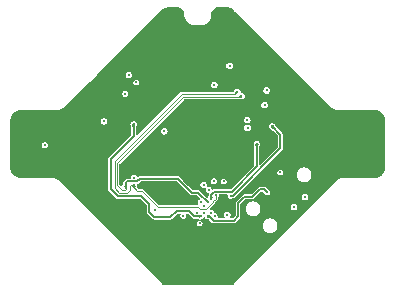
<source format=gbr>
%TF.GenerationSoftware,KiCad,Pcbnew,8.99.0-unknown-ce20689caf~181~ubuntu24.04.1*%
%TF.CreationDate,2024-12-06T11:41:52-05:00*%
%TF.ProjectId,nRF54L15_nPM2100_CR2032,6e524635-344c-4313-955f-6e504d323130,rev?*%
%TF.SameCoordinates,Original*%
%TF.FileFunction,Copper,L3,Inr*%
%TF.FilePolarity,Positive*%
%FSLAX46Y46*%
G04 Gerber Fmt 4.6, Leading zero omitted, Abs format (unit mm)*
G04 Created by KiCad (PCBNEW 8.99.0-unknown-ce20689caf~181~ubuntu24.04.1) date 2024-12-06 11:41:52*
%MOMM*%
%LPD*%
G01*
G04 APERTURE LIST*
%TA.AperFunction,ViaPad*%
%ADD10C,0.300000*%
%TD*%
%TA.AperFunction,ViaPad*%
%ADD11C,0.250000*%
%TD*%
%TA.AperFunction,ViaPad*%
%ADD12C,0.600000*%
%TD*%
%TA.AperFunction,Conductor*%
%ADD13C,0.150000*%
%TD*%
%TA.AperFunction,Conductor*%
%ADD14C,0.100000*%
%TD*%
G04 APERTURE END LIST*
D10*
%TO.N,GND*%
X189000000Y-65000000D03*
X189450000Y-66720000D03*
X189440000Y-57830000D03*
X181400000Y-54150000D03*
X180500000Y-58500000D03*
X187500000Y-65000000D03*
X192000000Y-46000000D03*
X182500000Y-60000000D03*
X193861558Y-50077782D03*
X194000000Y-65000000D03*
X188000000Y-44000000D03*
D11*
X194090000Y-61830000D03*
D10*
X188000000Y-46000000D03*
X200000000Y-57000000D03*
D11*
X194560000Y-61330000D03*
X186106274Y-48326274D03*
D10*
X199100000Y-51950000D03*
X190000000Y-46000000D03*
D11*
X183204505Y-50111243D03*
D10*
X181400000Y-57050000D03*
X188170000Y-52460000D03*
X192000000Y-44000000D03*
X193033726Y-49286274D03*
X186000000Y-46000000D03*
X188000000Y-48000000D03*
D11*
X189130000Y-59673800D03*
D10*
X196138442Y-49922218D03*
D11*
X188440000Y-61713800D03*
X188140000Y-62760000D03*
D10*
X200000000Y-53000000D03*
X185000000Y-56000000D03*
X198000000Y-57000000D03*
D11*
X189130000Y-61713800D03*
X194440000Y-59080000D03*
X187770000Y-59500000D03*
D10*
X192000000Y-63000000D03*
X181400000Y-56050000D03*
X185000000Y-62500000D03*
D11*
X188120000Y-62210000D03*
D10*
X192000000Y-65000000D03*
X188780000Y-63210000D03*
D11*
X195380000Y-59370000D03*
D10*
X180500000Y-51500000D03*
X194000000Y-64000000D03*
D11*
X190300000Y-62080000D03*
D10*
X190190000Y-65370000D03*
X196626274Y-49206274D03*
X183560000Y-53320000D03*
X192000000Y-66000000D03*
X200000000Y-55000000D03*
D11*
X189860000Y-58813800D03*
D12*
X190000000Y-55000000D03*
D11*
X192557697Y-60350000D03*
X192050000Y-59590000D03*
D10*
X190000000Y-48000000D03*
X186000000Y-55000000D03*
X194568665Y-50784889D03*
X189000000Y-64000000D03*
X192000000Y-64000000D03*
X186075000Y-52775000D03*
X196000000Y-53000000D03*
X189000000Y-66000000D03*
X181410000Y-53080000D03*
X192000000Y-48000000D03*
X194530198Y-49176645D03*
X194000000Y-63000000D03*
X195083726Y-47633726D03*
D11*
X187730000Y-61703800D03*
D10*
X190190000Y-63570000D03*
X190000000Y-50000000D03*
X199100000Y-55000000D03*
D11*
%TO.N,Net-(U1-DECA)*%
X190150000Y-61720000D03*
X188780000Y-61073800D03*
D10*
%TO.N,Net-(BT1-+)*%
X177050000Y-55100000D03*
%TO.N,/INT2*%
X195650000Y-51700000D03*
X195823355Y-50469802D03*
%TO.N,/VDD_LS*%
X182050000Y-53080000D03*
X192690000Y-48370000D03*
X184159099Y-49156649D03*
%TO.N,VDD*%
X190500000Y-58460000D03*
D11*
X197000000Y-57400000D03*
D10*
X184590000Y-57850000D03*
X192510842Y-60990000D03*
X191400000Y-50000000D03*
D11*
%TO.N,Net-(J1-SWDIO)*%
X191443000Y-61118200D03*
D10*
X199080000Y-59480000D03*
%TO.N,Net-(J1-SWCLK)*%
X198140000Y-60340000D03*
D11*
X191143000Y-60818200D03*
%TO.N,Net-(J1-~{RESET})*%
X195890000Y-59090000D03*
X190843000Y-61118200D03*
%TO.N,Net-(U1-P1.00)*%
X192192500Y-58154480D03*
X190542873Y-60219001D03*
D10*
%TO.N,/SDA*%
X193700000Y-50940000D03*
X183890000Y-58490000D03*
D11*
X190843000Y-59918200D03*
%TO.N,/SCL*%
X191510000Y-59330000D03*
D10*
X184590000Y-58490000D03*
X193350000Y-50570000D03*
D11*
%TO.N,/UART_TX*%
X191142197Y-59618200D03*
D10*
X195000000Y-55000000D03*
%TO.N,/UART_RX*%
X196300000Y-53500000D03*
D11*
X192780000Y-59370000D03*
X189943000Y-60818200D03*
%TO.N,/LED*%
X190242317Y-61116438D03*
D10*
X184580000Y-53320000D03*
D11*
%TO.N,/PDM_DATA*%
X184795495Y-49793045D03*
D10*
X194200000Y-52970000D03*
D11*
%TO.N,/PDM_CLK*%
X183840901Y-50747639D03*
D10*
X194210000Y-53620000D03*
%TO.N,/BUTTON0*%
X187170000Y-53925000D03*
D11*
X190940000Y-58870000D03*
%TO.N,/LSW*%
X190543000Y-60818200D03*
D10*
X186340000Y-60590000D03*
D11*
%TO.N,/LFCLK1*%
X190243000Y-59918200D03*
X191368827Y-58155807D03*
%TD*%
D13*
%TO.N,Net-(J1-~{RESET})*%
X194620000Y-59480000D02*
X195270000Y-58830000D01*
X193410000Y-60000000D02*
X193930000Y-59480000D01*
X193040000Y-61510000D02*
X193410000Y-61140000D01*
X190958200Y-61118200D02*
X191350000Y-61510000D01*
X190843000Y-61118200D02*
X190958200Y-61118200D01*
X191350000Y-61510000D02*
X193040000Y-61510000D01*
X193930000Y-59480000D02*
X194620000Y-59480000D01*
X195630000Y-58830000D02*
X195890000Y-59090000D01*
X195270000Y-58830000D02*
X195630000Y-58830000D01*
X193410000Y-61140000D02*
X193410000Y-60000000D01*
D14*
%TO.N,/SDA*%
X183810000Y-58860000D02*
X183560000Y-58860000D01*
D13*
X188340000Y-57950000D02*
X185090000Y-57950000D01*
X190030000Y-59110000D02*
X189500000Y-59110000D01*
X184870000Y-58170000D02*
X184010000Y-58170000D01*
X189500000Y-59110000D02*
X188340000Y-57950000D01*
D14*
X183560000Y-58860000D02*
X183190000Y-58490000D01*
D13*
X190843000Y-59918200D02*
X190838200Y-59918200D01*
D14*
X183190000Y-58490000D02*
X183190000Y-56620000D01*
X188770000Y-51040000D02*
X193600000Y-51040000D01*
D13*
X184010000Y-58170000D02*
X183890000Y-58290000D01*
D14*
X183890000Y-58490000D02*
X183890000Y-58780000D01*
D13*
X190838200Y-59918200D02*
X190030000Y-59110000D01*
D14*
X183890000Y-58780000D02*
X183810000Y-58860000D01*
D13*
X183890000Y-58290000D02*
X183890000Y-58490000D01*
X185090000Y-57950000D02*
X184870000Y-58170000D01*
D14*
X183190000Y-56620000D02*
X188770000Y-51040000D01*
X193600000Y-51040000D02*
X193700000Y-50940000D01*
%TO.N,/SCL*%
X184220000Y-58590000D02*
X184220000Y-58880000D01*
X193170000Y-50750000D02*
X193350000Y-50570000D01*
D13*
X184590000Y-58490000D02*
X184590000Y-58680000D01*
D14*
X183990000Y-59110000D02*
X183350000Y-59110000D01*
X183350000Y-59110000D02*
X182950000Y-58710000D01*
X188640000Y-50750000D02*
X189170000Y-50750000D01*
X183290000Y-56100000D02*
X188640000Y-50750000D01*
X184590000Y-58680000D02*
X184860000Y-58950000D01*
X190190000Y-60520000D02*
X190710000Y-60520000D01*
X191320000Y-59815023D02*
X191510000Y-59625023D01*
X182950000Y-58710000D02*
X182950000Y-56440000D01*
X184410000Y-58490000D02*
X184320000Y-58490000D01*
X191510000Y-59625023D02*
X191510000Y-59330000D01*
X185250000Y-58950000D02*
X186630000Y-60330000D01*
X189170000Y-50750000D02*
X193170000Y-50750000D01*
X191320000Y-59910000D02*
X191320000Y-59815023D01*
X184590000Y-58490000D02*
X184410000Y-58490000D01*
X184410000Y-58490000D02*
X184590000Y-58670000D01*
X186630000Y-60330000D02*
X190000000Y-60330000D01*
X190710000Y-60520000D02*
X191320000Y-59910000D01*
X190000000Y-60330000D02*
X190190000Y-60520000D01*
X182950000Y-56440000D02*
X183290000Y-56100000D01*
X184220000Y-58880000D02*
X183990000Y-59110000D01*
X184860000Y-58950000D02*
X185250000Y-58950000D01*
X184590000Y-58670000D02*
X184590000Y-58680000D01*
X184320000Y-58490000D02*
X184220000Y-58590000D01*
D13*
%TO.N,/UART_TX*%
X192860000Y-59040000D02*
X195000000Y-56900000D01*
X195000000Y-56900000D02*
X195000000Y-55000000D01*
X191370000Y-59040000D02*
X192860000Y-59040000D01*
X191130000Y-59280000D02*
X191370000Y-59040000D01*
X191142197Y-59618200D02*
X191130000Y-59606003D01*
X191130000Y-59606003D02*
X191130000Y-59280000D01*
%TO.N,/UART_RX*%
X197000000Y-55370000D02*
X197000000Y-54200000D01*
X192780000Y-59370000D02*
X193000000Y-59370000D01*
X197000000Y-54200000D02*
X196300000Y-53500000D01*
X193000000Y-59370000D02*
X197000000Y-55370000D01*
%TO.N,/LED*%
X189250000Y-60690000D02*
X189676438Y-61116438D01*
X182640000Y-56230000D02*
X182640000Y-58830000D01*
X186330000Y-61200000D02*
X187690000Y-61200000D01*
X188200000Y-60690000D02*
X189250000Y-60690000D01*
X187690000Y-61200000D02*
X188200000Y-60690000D01*
X185910000Y-60780000D02*
X186330000Y-61200000D01*
X183230000Y-59420000D02*
X185230000Y-59420000D01*
X184580000Y-54290000D02*
X182640000Y-56230000D01*
X184580000Y-53320000D02*
X184580000Y-54290000D01*
X182640000Y-58830000D02*
X183230000Y-59420000D01*
X189676438Y-61116438D02*
X190242317Y-61116438D01*
X185230000Y-59420000D02*
X185910000Y-60100000D01*
X185910000Y-60100000D02*
X185910000Y-60780000D01*
%TD*%
%TA.AperFunction,Conductor*%
%TO.N,GND*%
G36*
X188274134Y-58170512D02*
G01*
X189385293Y-59281672D01*
X189425834Y-59298464D01*
X189459720Y-59312500D01*
X189459721Y-59312500D01*
X189540280Y-59312500D01*
X189920648Y-59312500D01*
X189964135Y-59330513D01*
X190203031Y-59569409D01*
X190221044Y-59612896D01*
X190203031Y-59656383D01*
X190183080Y-59669714D01*
X190099971Y-59704139D01*
X190028941Y-59775169D01*
X189990500Y-59867974D01*
X189990500Y-59968425D01*
X190031259Y-60066826D01*
X190028238Y-60068077D01*
X190035186Y-60102996D01*
X190009036Y-60142134D01*
X189974867Y-60152500D01*
X186728996Y-60152500D01*
X186685509Y-60134487D01*
X186024052Y-59473030D01*
X185350546Y-58799523D01*
X185326879Y-58789720D01*
X185326879Y-58789719D01*
X185326877Y-58789719D01*
X185285310Y-58772500D01*
X185285307Y-58772500D01*
X184958997Y-58772500D01*
X184915510Y-58754487D01*
X184865359Y-58704336D01*
X184847346Y-58660849D01*
X184848307Y-58650022D01*
X184865526Y-58553877D01*
X184865373Y-58542560D01*
X184865274Y-58534836D01*
X184867500Y-58526534D01*
X184867500Y-58453466D01*
X184864070Y-58440666D01*
X184863972Y-58432970D01*
X184870061Y-58417719D01*
X184872205Y-58401436D01*
X184878490Y-58396612D01*
X184881428Y-58389256D01*
X184896519Y-58382777D01*
X184905216Y-58376104D01*
X184904684Y-58374819D01*
X184909479Y-58372832D01*
X184909548Y-58372780D01*
X184909681Y-58372748D01*
X184919843Y-58368539D01*
X184948393Y-58356713D01*
X184984705Y-58341672D01*
X184984705Y-58341671D01*
X184984707Y-58341671D01*
X185155865Y-58170513D01*
X185199352Y-58152500D01*
X188230648Y-58152500D01*
X188274134Y-58170512D01*
G37*
%TD.AperFunction*%
%TA.AperFunction,Conductor*%
G36*
X188253435Y-43420780D02*
G01*
X188381632Y-43435224D01*
X188395058Y-43438288D01*
X188421480Y-43447533D01*
X188513558Y-43479753D01*
X188525954Y-43485722D01*
X188632259Y-43552517D01*
X188643026Y-43561104D01*
X188731795Y-43649872D01*
X188740381Y-43660639D01*
X188807170Y-43766931D01*
X188813145Y-43779337D01*
X188815804Y-43786936D01*
X188854609Y-43897835D01*
X188857673Y-43911260D01*
X188872113Y-44039396D01*
X188872500Y-44046283D01*
X188872500Y-44136429D01*
X188906220Y-44305950D01*
X188906222Y-44305958D01*
X188972370Y-44465654D01*
X188972374Y-44465661D01*
X189068395Y-44609367D01*
X189068400Y-44609373D01*
X189190626Y-44731599D01*
X189190632Y-44731604D01*
X189334338Y-44827625D01*
X189334345Y-44827629D01*
X189334348Y-44827631D01*
X189494043Y-44893778D01*
X189663570Y-44927499D01*
X189663571Y-44927500D01*
X189663574Y-44927500D01*
X190336429Y-44927500D01*
X190336429Y-44927499D01*
X190505957Y-44893778D01*
X190665652Y-44827631D01*
X190809374Y-44731599D01*
X190931599Y-44609374D01*
X191027631Y-44465652D01*
X191093778Y-44305957D01*
X191127499Y-44136429D01*
X191127500Y-44136429D01*
X191127500Y-44046343D01*
X191127887Y-44039457D01*
X191129978Y-44020899D01*
X191142332Y-43911258D01*
X191145393Y-43897844D01*
X191186864Y-43779333D01*
X191192833Y-43766939D01*
X191259628Y-43660637D01*
X191268205Y-43649881D01*
X191356984Y-43561104D01*
X191367740Y-43552525D01*
X191474054Y-43485725D01*
X191486440Y-43479760D01*
X191604943Y-43438294D01*
X191618369Y-43435231D01*
X191746630Y-43420780D01*
X191753516Y-43420393D01*
X191779101Y-43420393D01*
X192435366Y-43420393D01*
X192435368Y-43420394D01*
X192462049Y-43420393D01*
X192466871Y-43420582D01*
X192596133Y-43430752D01*
X192605658Y-43432261D01*
X192729376Y-43461964D01*
X192738542Y-43464942D01*
X192856092Y-43513639D01*
X192864687Y-43518019D01*
X192973156Y-43584499D01*
X192980965Y-43590173D01*
X193079861Y-43674655D01*
X193083401Y-43677928D01*
X193085212Y-43679739D01*
X193101981Y-43696512D01*
X193101987Y-43696513D01*
X193107535Y-43702061D01*
X201224906Y-51819432D01*
X201225116Y-51819603D01*
X201265494Y-51859986D01*
X201350910Y-51922052D01*
X201409054Y-51964302D01*
X201409066Y-51964310D01*
X201409068Y-51964311D01*
X201409073Y-51964314D01*
X201567194Y-52044888D01*
X201567198Y-52044889D01*
X201735977Y-52099734D01*
X201911264Y-52127499D01*
X201962404Y-52127499D01*
X201962408Y-52127500D01*
X201974639Y-52127500D01*
X202000000Y-52127500D01*
X202029101Y-52127500D01*
X204970899Y-52127500D01*
X204996977Y-52127500D01*
X205003005Y-52127796D01*
X205164190Y-52143671D01*
X205176010Y-52146022D01*
X205328098Y-52192157D01*
X205339229Y-52196768D01*
X205409313Y-52234229D01*
X205479393Y-52271688D01*
X205489417Y-52278386D01*
X205612268Y-52379206D01*
X205620793Y-52387731D01*
X205721613Y-52510582D01*
X205728311Y-52520606D01*
X205803229Y-52660766D01*
X205807843Y-52671905D01*
X205853976Y-52823987D01*
X205856328Y-52835811D01*
X205872204Y-52996994D01*
X205872500Y-53003022D01*
X205872500Y-56996977D01*
X205872204Y-57003005D01*
X205856328Y-57164188D01*
X205853976Y-57176012D01*
X205807843Y-57328094D01*
X205803229Y-57339233D01*
X205728311Y-57479393D01*
X205721613Y-57489417D01*
X205620793Y-57612268D01*
X205612268Y-57620793D01*
X205489417Y-57721613D01*
X205479393Y-57728311D01*
X205339233Y-57803229D01*
X205328094Y-57807843D01*
X205176012Y-57853976D01*
X205164188Y-57856328D01*
X205003005Y-57872204D01*
X204996977Y-57872500D01*
X202383067Y-57872500D01*
X202382676Y-57872537D01*
X202325474Y-57872537D01*
X202150201Y-57900293D01*
X201981416Y-57955127D01*
X201981409Y-57955130D01*
X201823290Y-58035685D01*
X201679708Y-58139989D01*
X201679699Y-58139996D01*
X201638397Y-58181292D01*
X201634885Y-58184803D01*
X201634884Y-58184804D01*
X201618277Y-58201411D01*
X201616958Y-58202730D01*
X201598715Y-58220968D01*
X201592880Y-58226803D01*
X201592865Y-58226821D01*
X197353299Y-62466388D01*
X193223314Y-66596373D01*
X193223313Y-66596374D01*
X193221030Y-66598657D01*
X193220746Y-66598941D01*
X193220722Y-66598950D01*
X193139982Y-66679693D01*
X193035669Y-66823272D01*
X193035667Y-66823275D01*
X192988209Y-66916420D01*
X192952417Y-66946990D01*
X192933412Y-66950000D01*
X187066557Y-66950000D01*
X187023070Y-66931987D01*
X187011759Y-66916417D01*
X186964316Y-66823292D01*
X186955332Y-66810925D01*
X186860010Y-66679707D01*
X186838294Y-66657988D01*
X186821109Y-66640800D01*
X186821109Y-66640801D01*
X186815197Y-66634888D01*
X186815196Y-66634884D01*
X186794937Y-66614625D01*
X186794673Y-66614361D01*
X186772563Y-66592246D01*
X186772534Y-66592222D01*
X178412273Y-58231961D01*
X178401064Y-58220750D01*
X178401054Y-58220727D01*
X178320306Y-58139982D01*
X178248356Y-58087709D01*
X178176728Y-58035669D01*
X178176725Y-58035667D01*
X178018593Y-57955098D01*
X177849811Y-57900260D01*
X177732950Y-57881752D01*
X177674521Y-57872499D01*
X177674520Y-57872499D01*
X177585784Y-57872500D01*
X175003023Y-57872500D01*
X174996995Y-57872204D01*
X174835811Y-57856328D01*
X174823987Y-57853976D01*
X174671905Y-57807843D01*
X174660766Y-57803229D01*
X174520606Y-57728311D01*
X174510582Y-57721613D01*
X174387731Y-57620793D01*
X174379206Y-57612268D01*
X174278386Y-57489417D01*
X174271688Y-57479393D01*
X174202405Y-57349775D01*
X174196768Y-57339229D01*
X174192157Y-57328098D01*
X174146022Y-57176010D01*
X174143671Y-57164188D01*
X174142027Y-57147500D01*
X174127796Y-57003005D01*
X174127500Y-56996977D01*
X174127500Y-56189720D01*
X182437500Y-56189720D01*
X182437500Y-58870279D01*
X182437501Y-58870285D01*
X182468327Y-58944705D01*
X183115294Y-59591672D01*
X183189714Y-59622498D01*
X183189717Y-59622499D01*
X183189720Y-59622500D01*
X183270280Y-59622500D01*
X185120648Y-59622500D01*
X185164135Y-59640513D01*
X185689487Y-60165865D01*
X185707500Y-60209352D01*
X185707500Y-60820279D01*
X185707501Y-60820285D01*
X185738327Y-60894705D01*
X186215293Y-61371672D01*
X186256443Y-61388716D01*
X186256444Y-61388717D01*
X186256445Y-61388717D01*
X186289720Y-61402500D01*
X186289721Y-61402500D01*
X187730279Y-61402500D01*
X187730280Y-61402500D01*
X187763557Y-61388716D01*
X187804705Y-61371672D01*
X187804705Y-61371671D01*
X187804707Y-61371671D01*
X188265865Y-60910513D01*
X188309352Y-60892500D01*
X188489751Y-60892500D01*
X188533238Y-60910513D01*
X188551251Y-60954000D01*
X188546570Y-60977535D01*
X188538301Y-60997500D01*
X188527500Y-61023575D01*
X188527500Y-61124025D01*
X188565941Y-61216830D01*
X188636970Y-61287859D01*
X188729775Y-61326300D01*
X188729776Y-61326300D01*
X188830224Y-61326300D01*
X188830225Y-61326300D01*
X188923030Y-61287859D01*
X188994059Y-61216830D01*
X189032500Y-61124025D01*
X189032500Y-61023575D01*
X189020535Y-60994690D01*
X189013430Y-60977535D01*
X189013430Y-60965301D01*
X189008749Y-60954000D01*
X189013430Y-60942697D01*
X189013431Y-60930465D01*
X189022080Y-60921815D01*
X189026762Y-60910513D01*
X189038063Y-60905831D01*
X189046714Y-60897181D01*
X189070249Y-60892500D01*
X189140648Y-60892500D01*
X189184135Y-60910513D01*
X189561732Y-61288110D01*
X189636152Y-61318936D01*
X189636155Y-61318937D01*
X189636158Y-61318938D01*
X189954238Y-61318938D01*
X189973227Y-61322852D01*
X189973472Y-61322084D01*
X189976343Y-61322998D01*
X189976344Y-61322998D01*
X189976346Y-61322999D01*
X190094640Y-61348224D01*
X190133414Y-61374910D01*
X190141962Y-61421198D01*
X190115276Y-61459972D01*
X190105349Y-61465191D01*
X190006969Y-61505941D01*
X189935941Y-61576969D01*
X189916168Y-61624707D01*
X189897500Y-61669775D01*
X189897500Y-61770225D01*
X189935941Y-61863030D01*
X190006970Y-61934059D01*
X190099775Y-61972500D01*
X190099776Y-61972500D01*
X190200224Y-61972500D01*
X190200225Y-61972500D01*
X190293030Y-61934059D01*
X190364059Y-61863030D01*
X190368159Y-61853132D01*
X190368161Y-61853128D01*
X195499569Y-61853128D01*
X195499569Y-61975815D01*
X195523501Y-62096129D01*
X195523506Y-62096146D01*
X195570448Y-62209471D01*
X195570451Y-62209478D01*
X195570452Y-62209479D01*
X195638608Y-62311483D01*
X195725357Y-62398232D01*
X195725356Y-62398232D01*
X195776531Y-62432425D01*
X195827363Y-62466390D01*
X195880165Y-62488261D01*
X195940694Y-62513334D01*
X195940698Y-62513335D01*
X195940705Y-62513338D01*
X196061025Y-62537271D01*
X196061026Y-62537272D01*
X196061029Y-62537272D01*
X196183712Y-62537272D01*
X196183712Y-62537271D01*
X196304033Y-62513338D01*
X196417375Y-62466390D01*
X196519381Y-62398232D01*
X196606129Y-62311484D01*
X196674287Y-62209478D01*
X196721235Y-62096136D01*
X196745168Y-61975815D01*
X196745169Y-61975815D01*
X196745169Y-61853129D01*
X196745168Y-61853128D01*
X196739886Y-61826576D01*
X196721235Y-61732808D01*
X196721232Y-61732801D01*
X196721231Y-61732797D01*
X196695125Y-61669774D01*
X196674287Y-61619466D01*
X196606129Y-61517460D01*
X196519381Y-61430712D01*
X196519380Y-61430711D01*
X196519381Y-61430711D01*
X196433935Y-61373619D01*
X196417375Y-61362554D01*
X196417368Y-61362551D01*
X196304043Y-61315609D01*
X196304026Y-61315604D01*
X196183712Y-61291672D01*
X196183709Y-61291672D01*
X196061029Y-61291672D01*
X196061026Y-61291672D01*
X195940711Y-61315604D01*
X195940694Y-61315609D01*
X195827369Y-61362551D01*
X195827361Y-61362555D01*
X195725357Y-61430711D01*
X195638608Y-61517460D01*
X195570452Y-61619464D01*
X195570448Y-61619472D01*
X195523506Y-61732797D01*
X195523501Y-61732814D01*
X195499569Y-61853128D01*
X190368161Y-61853128D01*
X190379158Y-61826580D01*
X190379159Y-61826576D01*
X190384462Y-61813772D01*
X190402500Y-61770225D01*
X190402500Y-61669775D01*
X190364059Y-61576970D01*
X190293030Y-61505941D01*
X190247923Y-61487257D01*
X190214639Y-61453973D01*
X190214639Y-61406903D01*
X190247923Y-61373619D01*
X190271458Y-61368938D01*
X190292541Y-61368938D01*
X190292542Y-61368938D01*
X190385347Y-61330497D01*
X190456376Y-61259468D01*
X190485474Y-61189217D01*
X190518757Y-61155934D01*
X190565827Y-61155933D01*
X190599111Y-61189216D01*
X190599112Y-61189217D01*
X190623705Y-61248589D01*
X190628941Y-61261230D01*
X190699970Y-61332259D01*
X190792775Y-61370700D01*
X190792875Y-61370700D01*
X190808848Y-61373435D01*
X190808962Y-61372974D01*
X190811890Y-61373694D01*
X190840037Y-61377741D01*
X190926442Y-61390166D01*
X190961175Y-61407553D01*
X191235294Y-61681672D01*
X191309714Y-61712498D01*
X191309717Y-61712499D01*
X191309720Y-61712500D01*
X191309721Y-61712500D01*
X193080279Y-61712500D01*
X193080280Y-61712500D01*
X193154707Y-61681671D01*
X193581671Y-61254707D01*
X193612500Y-61180280D01*
X193612500Y-61099720D01*
X193612500Y-60416287D01*
X194062728Y-60416287D01*
X194062728Y-60538974D01*
X194086660Y-60659288D01*
X194086665Y-60659305D01*
X194131679Y-60767975D01*
X194133610Y-60772637D01*
X194133611Y-60772638D01*
X194201767Y-60874642D01*
X194288516Y-60961391D01*
X194288515Y-60961391D01*
X194339690Y-60995584D01*
X194390522Y-61029549D01*
X194443324Y-61051420D01*
X194503853Y-61076493D01*
X194503857Y-61076494D01*
X194503864Y-61076497D01*
X194624184Y-61100430D01*
X194624185Y-61100431D01*
X194624188Y-61100431D01*
X194746871Y-61100431D01*
X194746871Y-61100430D01*
X194867192Y-61076497D01*
X194872895Y-61074135D01*
X194916381Y-61056122D01*
X194980534Y-61029549D01*
X195082540Y-60961391D01*
X195169288Y-60874643D01*
X195237446Y-60772637D01*
X195284394Y-60659295D01*
X195308327Y-60538974D01*
X195308328Y-60538974D01*
X195308328Y-60416288D01*
X195308327Y-60416287D01*
X195287471Y-60311433D01*
X195285885Y-60303463D01*
X197862500Y-60303463D01*
X197862500Y-60376536D01*
X197881409Y-60447106D01*
X197881411Y-60447111D01*
X197917944Y-60510389D01*
X197969611Y-60562056D01*
X198032889Y-60598589D01*
X198032893Y-60598590D01*
X198103464Y-60617500D01*
X198103466Y-60617500D01*
X198176535Y-60617500D01*
X198207651Y-60609162D01*
X198247111Y-60598589D01*
X198310389Y-60562056D01*
X198362056Y-60510389D01*
X198398589Y-60447111D01*
X198406848Y-60416287D01*
X198417500Y-60376536D01*
X198417500Y-60303463D01*
X198398590Y-60232893D01*
X198398589Y-60232889D01*
X198362056Y-60169611D01*
X198310389Y-60117944D01*
X198247111Y-60081411D01*
X198247106Y-60081409D01*
X198176536Y-60062500D01*
X198176534Y-60062500D01*
X198103466Y-60062500D01*
X198103464Y-60062500D01*
X198032893Y-60081409D01*
X198032888Y-60081411D01*
X197969612Y-60117943D01*
X197969607Y-60117947D01*
X197917947Y-60169607D01*
X197917943Y-60169612D01*
X197881411Y-60232888D01*
X197881409Y-60232893D01*
X197862500Y-60303463D01*
X195285885Y-60303463D01*
X195284395Y-60295971D01*
X195284390Y-60295956D01*
X195258266Y-60232888D01*
X195237446Y-60182625D01*
X195169288Y-60080619D01*
X195082540Y-59993871D01*
X195082539Y-59993870D01*
X195082540Y-59993870D01*
X194980535Y-59925714D01*
X194980536Y-59925714D01*
X194980534Y-59925713D01*
X194980527Y-59925710D01*
X194867202Y-59878768D01*
X194867185Y-59878763D01*
X194746871Y-59854831D01*
X194746868Y-59854831D01*
X194624188Y-59854831D01*
X194624185Y-59854831D01*
X194503870Y-59878763D01*
X194503853Y-59878768D01*
X194390528Y-59925710D01*
X194390520Y-59925714D01*
X194288516Y-59993870D01*
X194201767Y-60080619D01*
X194133611Y-60182623D01*
X194133607Y-60182631D01*
X194086665Y-60295956D01*
X194086660Y-60295973D01*
X194062728Y-60416287D01*
X193612500Y-60416287D01*
X193612500Y-60109352D01*
X193630513Y-60065865D01*
X193995865Y-59700513D01*
X194039352Y-59682500D01*
X194660279Y-59682500D01*
X194660280Y-59682500D01*
X194691148Y-59669714D01*
X194734705Y-59651672D01*
X194734705Y-59651671D01*
X194734707Y-59651671D01*
X194942915Y-59443463D01*
X198802500Y-59443463D01*
X198802500Y-59516536D01*
X198821409Y-59587106D01*
X198821411Y-59587111D01*
X198857944Y-59650389D01*
X198909611Y-59702056D01*
X198972889Y-59738589D01*
X198972893Y-59738590D01*
X199043464Y-59757500D01*
X199043466Y-59757500D01*
X199116535Y-59757500D01*
X199147651Y-59749162D01*
X199187111Y-59738589D01*
X199250389Y-59702056D01*
X199302056Y-59650389D01*
X199338589Y-59587111D01*
X199349011Y-59548216D01*
X199357500Y-59516536D01*
X199357500Y-59443463D01*
X199338590Y-59372893D01*
X199338589Y-59372889D01*
X199302056Y-59309611D01*
X199250389Y-59257944D01*
X199187111Y-59221411D01*
X199187106Y-59221409D01*
X199116536Y-59202500D01*
X199116534Y-59202500D01*
X199043466Y-59202500D01*
X199043464Y-59202500D01*
X198972893Y-59221409D01*
X198972888Y-59221411D01*
X198909612Y-59257943D01*
X198909607Y-59257947D01*
X198857947Y-59309607D01*
X198857943Y-59309612D01*
X198821411Y-59372888D01*
X198821409Y-59372893D01*
X198802500Y-59443463D01*
X194942915Y-59443463D01*
X195335866Y-59050513D01*
X195379353Y-59032500D01*
X195512406Y-59032500D01*
X195555893Y-59050513D01*
X195564006Y-59060538D01*
X195668526Y-59221716D01*
X195668715Y-59221951D01*
X195669083Y-59222573D01*
X195670198Y-59224293D01*
X195670126Y-59224339D01*
X195672368Y-59228131D01*
X195672575Y-59227993D01*
X195675941Y-59233030D01*
X195746970Y-59304059D01*
X195839775Y-59342500D01*
X195839776Y-59342500D01*
X195940224Y-59342500D01*
X195940225Y-59342500D01*
X196033030Y-59304059D01*
X196104059Y-59233030D01*
X196142500Y-59140225D01*
X196142500Y-59039775D01*
X196104059Y-58946970D01*
X196033030Y-58875941D01*
X196027993Y-58872575D01*
X196028124Y-58872378D01*
X196024231Y-58870080D01*
X196024196Y-58870135D01*
X196022905Y-58869298D01*
X196022014Y-58868772D01*
X196021665Y-58868494D01*
X196021662Y-58868491D01*
X195891408Y-58784024D01*
X195847989Y-58755868D01*
X195847329Y-58755564D01*
X195846919Y-58755278D01*
X195846054Y-58754802D01*
X195846104Y-58754710D01*
X195829570Y-58743191D01*
X195744705Y-58658327D01*
X195670285Y-58627501D01*
X195670280Y-58627500D01*
X195310280Y-58627500D01*
X195229720Y-58627500D01*
X195229719Y-58627500D01*
X195155292Y-58658328D01*
X194554135Y-59259487D01*
X194510648Y-59277500D01*
X193970280Y-59277500D01*
X193889720Y-59277500D01*
X193889719Y-59277500D01*
X193889714Y-59277501D01*
X193815294Y-59308327D01*
X193238327Y-59885294D01*
X193207501Y-59959714D01*
X193207500Y-59959720D01*
X193207500Y-61030648D01*
X193189487Y-61074135D01*
X192974135Y-61289487D01*
X192930648Y-61307500D01*
X192734261Y-61307500D01*
X192690774Y-61289487D01*
X192672761Y-61246000D01*
X192690774Y-61202513D01*
X192704071Y-61189216D01*
X192732898Y-61160389D01*
X192769431Y-61097111D01*
X192787534Y-61029551D01*
X192788342Y-61026536D01*
X192788342Y-60953463D01*
X192769432Y-60882893D01*
X192769431Y-60882889D01*
X192732898Y-60819611D01*
X192681231Y-60767944D01*
X192617953Y-60731411D01*
X192617948Y-60731409D01*
X192547378Y-60712500D01*
X192547376Y-60712500D01*
X192474308Y-60712500D01*
X192474306Y-60712500D01*
X192403735Y-60731409D01*
X192403730Y-60731411D01*
X192340454Y-60767943D01*
X192340449Y-60767947D01*
X192288789Y-60819607D01*
X192288785Y-60819612D01*
X192252253Y-60882888D01*
X192252251Y-60882893D01*
X192233342Y-60953463D01*
X192233342Y-61026536D01*
X192252251Y-61097106D01*
X192252253Y-61097111D01*
X192288786Y-61160389D01*
X192288789Y-61160392D01*
X192330910Y-61202513D01*
X192348923Y-61246000D01*
X192330910Y-61289487D01*
X192287423Y-61307500D01*
X191729935Y-61307500D01*
X191686448Y-61289487D01*
X191668435Y-61246000D01*
X191673116Y-61222465D01*
X191686887Y-61189218D01*
X191695500Y-61168425D01*
X191695500Y-61067975D01*
X191657059Y-60975170D01*
X191586030Y-60904141D01*
X191493225Y-60865700D01*
X191457000Y-60865700D01*
X191413513Y-60847687D01*
X191395500Y-60804200D01*
X191395500Y-60767975D01*
X191357059Y-60675170D01*
X191286030Y-60604141D01*
X191193225Y-60565700D01*
X191092775Y-60565700D01*
X191092774Y-60565700D01*
X191092769Y-60565701D01*
X191075490Y-60572858D01*
X191028420Y-60572857D01*
X190995138Y-60539572D01*
X190995139Y-60492502D01*
X191008467Y-60472555D01*
X191470477Y-60010546D01*
X191487924Y-59968425D01*
X191497500Y-59945307D01*
X191497500Y-59908440D01*
X191498504Y-59902953D01*
X191508479Y-59887513D01*
X191515513Y-59870533D01*
X191557717Y-59828329D01*
X191660478Y-59725568D01*
X191687500Y-59660330D01*
X191687500Y-59589715D01*
X191687500Y-59535063D01*
X191705513Y-59491576D01*
X191724059Y-59473030D01*
X191762500Y-59380225D01*
X191762500Y-59304000D01*
X191780513Y-59260513D01*
X191824000Y-59242500D01*
X192467933Y-59242500D01*
X192511420Y-59260513D01*
X192529433Y-59304000D01*
X192528251Y-59315998D01*
X192527500Y-59319773D01*
X192527500Y-59319775D01*
X192527500Y-59420225D01*
X192565941Y-59513030D01*
X192636970Y-59584059D01*
X192729775Y-59622500D01*
X192729776Y-59622500D01*
X192830224Y-59622500D01*
X192830225Y-59622500D01*
X192923030Y-59584059D01*
X192923030Y-59584058D01*
X192923032Y-59584058D01*
X192924816Y-59582866D01*
X192958985Y-59572500D01*
X193040279Y-59572500D01*
X193040280Y-59572500D01*
X193051204Y-59567975D01*
X193114705Y-59541672D01*
X193114705Y-59541671D01*
X193114707Y-59541671D01*
X195306603Y-57349775D01*
X196747500Y-57349775D01*
X196747500Y-57450225D01*
X196785941Y-57543030D01*
X196856970Y-57614059D01*
X196949775Y-57652500D01*
X196949776Y-57652500D01*
X197050224Y-57652500D01*
X197050225Y-57652500D01*
X197143030Y-57614059D01*
X197214059Y-57543030D01*
X197214235Y-57542605D01*
X198373251Y-57542605D01*
X198373251Y-57665292D01*
X198397183Y-57785606D01*
X198397188Y-57785623D01*
X198438988Y-57886534D01*
X198444133Y-57898955D01*
X198447041Y-57903307D01*
X198512290Y-58000960D01*
X198599039Y-58087709D01*
X198599038Y-58087709D01*
X198644865Y-58118329D01*
X198701045Y-58155867D01*
X198747943Y-58175293D01*
X198814376Y-58202811D01*
X198814380Y-58202812D01*
X198814387Y-58202815D01*
X198934707Y-58226748D01*
X198934708Y-58226749D01*
X198934711Y-58226749D01*
X199057394Y-58226749D01*
X199057394Y-58226748D01*
X199177715Y-58202815D01*
X199177921Y-58202730D01*
X199221197Y-58184804D01*
X199291057Y-58155867D01*
X199393063Y-58087709D01*
X199479811Y-58000961D01*
X199547969Y-57898955D01*
X199594917Y-57785613D01*
X199618850Y-57665292D01*
X199618851Y-57665292D01*
X199618851Y-57542606D01*
X199618850Y-57542605D01*
X199613568Y-57516053D01*
X199594917Y-57422285D01*
X199594914Y-57422278D01*
X199594913Y-57422274D01*
X199564882Y-57349774D01*
X199547969Y-57308943D01*
X199479811Y-57206937D01*
X199393063Y-57120189D01*
X199393062Y-57120188D01*
X199393063Y-57120188D01*
X199291058Y-57052032D01*
X199291059Y-57052032D01*
X199291057Y-57052031D01*
X199291050Y-57052028D01*
X199177725Y-57005086D01*
X199177708Y-57005081D01*
X199057394Y-56981149D01*
X199057391Y-56981149D01*
X198934711Y-56981149D01*
X198934708Y-56981149D01*
X198814393Y-57005081D01*
X198814376Y-57005086D01*
X198701051Y-57052028D01*
X198701043Y-57052032D01*
X198599039Y-57120188D01*
X198512290Y-57206937D01*
X198444134Y-57308941D01*
X198444130Y-57308949D01*
X198397188Y-57422274D01*
X198397183Y-57422291D01*
X198373251Y-57542605D01*
X197214235Y-57542605D01*
X197252500Y-57450225D01*
X197252500Y-57349775D01*
X197214059Y-57256970D01*
X197143030Y-57185941D01*
X197050225Y-57147500D01*
X196949775Y-57147500D01*
X196949774Y-57147500D01*
X196856969Y-57185941D01*
X196785941Y-57256969D01*
X196751867Y-57339233D01*
X196747500Y-57349775D01*
X195306603Y-57349775D01*
X197171671Y-55484707D01*
X197202500Y-55410280D01*
X197202500Y-55329721D01*
X197202500Y-54159720D01*
X197202498Y-54159714D01*
X197171672Y-54085294D01*
X196684559Y-53598181D01*
X196674748Y-53585380D01*
X196673482Y-53583181D01*
X196673481Y-53583178D01*
X196545747Y-53361320D01*
X196543647Y-53357800D01*
X196543277Y-53357201D01*
X196535118Y-53348691D01*
X196526252Y-53336879D01*
X196522059Y-53329615D01*
X196522056Y-53329612D01*
X196522056Y-53329611D01*
X196470389Y-53277944D01*
X196407111Y-53241411D01*
X196407106Y-53241409D01*
X196336536Y-53222500D01*
X196336534Y-53222500D01*
X196263466Y-53222500D01*
X196263464Y-53222500D01*
X196192893Y-53241409D01*
X196192888Y-53241411D01*
X196129612Y-53277943D01*
X196129607Y-53277947D01*
X196077947Y-53329607D01*
X196077943Y-53329612D01*
X196041411Y-53392888D01*
X196041409Y-53392893D01*
X196022500Y-53463463D01*
X196022500Y-53536536D01*
X196041409Y-53607106D01*
X196041411Y-53607111D01*
X196077944Y-53670389D01*
X196077947Y-53670392D01*
X196129608Y-53722054D01*
X196138007Y-53726903D01*
X196147751Y-53733876D01*
X196161320Y-53745747D01*
X196189530Y-53761989D01*
X196384920Y-53874485D01*
X196384688Y-53874887D01*
X196398106Y-53884484D01*
X196779487Y-54265865D01*
X196797500Y-54309352D01*
X196797500Y-55260648D01*
X196779487Y-55304135D01*
X195307487Y-56776135D01*
X195264000Y-56794148D01*
X195220513Y-56776135D01*
X195202500Y-56732648D01*
X195202500Y-55341349D01*
X195204615Y-55325360D01*
X195271840Y-55075677D01*
X195272227Y-55074142D01*
X195272820Y-55071799D01*
X195272982Y-55071115D01*
X195273234Y-55059288D01*
X195275317Y-55044679D01*
X195277500Y-55036534D01*
X195277500Y-54963463D01*
X195258590Y-54892893D01*
X195258589Y-54892889D01*
X195222056Y-54829611D01*
X195170389Y-54777944D01*
X195107111Y-54741411D01*
X195107106Y-54741409D01*
X195036536Y-54722500D01*
X195036534Y-54722500D01*
X194963466Y-54722500D01*
X194963464Y-54722500D01*
X194892893Y-54741409D01*
X194892888Y-54741411D01*
X194829612Y-54777943D01*
X194829607Y-54777947D01*
X194777947Y-54829607D01*
X194777943Y-54829612D01*
X194741411Y-54892888D01*
X194741409Y-54892893D01*
X194722500Y-54963463D01*
X194722500Y-55036534D01*
X194725007Y-55045892D01*
X194726965Y-55057708D01*
X194728167Y-55075710D01*
X194728168Y-55075712D01*
X194795247Y-55324849D01*
X194794797Y-55324970D01*
X194797500Y-55341242D01*
X194797500Y-56790648D01*
X194779487Y-56834135D01*
X192794135Y-58819487D01*
X192750648Y-58837500D01*
X191329719Y-58837500D01*
X191275436Y-58859985D01*
X191228366Y-58859985D01*
X191195082Y-58826701D01*
X191194299Y-58824119D01*
X191192498Y-58819771D01*
X191154059Y-58726970D01*
X191083030Y-58655941D01*
X190990225Y-58617500D01*
X190889775Y-58617500D01*
X190889773Y-58617500D01*
X190842240Y-58637189D01*
X190795169Y-58637188D01*
X190761886Y-58603905D01*
X190759301Y-58564452D01*
X190777500Y-58496536D01*
X190777500Y-58423463D01*
X190758590Y-58352893D01*
X190758589Y-58352889D01*
X190722056Y-58289611D01*
X190670389Y-58237944D01*
X190607111Y-58201411D01*
X190607106Y-58201409D01*
X190536536Y-58182500D01*
X190536534Y-58182500D01*
X190463466Y-58182500D01*
X190463464Y-58182500D01*
X190392893Y-58201409D01*
X190392888Y-58201411D01*
X190329612Y-58237943D01*
X190329607Y-58237947D01*
X190277947Y-58289607D01*
X190277943Y-58289612D01*
X190241411Y-58352888D01*
X190241409Y-58352893D01*
X190222500Y-58423463D01*
X190222500Y-58496536D01*
X190241409Y-58567106D01*
X190241411Y-58567111D01*
X190277944Y-58630389D01*
X190329611Y-58682056D01*
X190392889Y-58718589D01*
X190392893Y-58718590D01*
X190463464Y-58737500D01*
X190463466Y-58737500D01*
X190536535Y-58737500D01*
X190567651Y-58729162D01*
X190607111Y-58718589D01*
X190610949Y-58716372D01*
X190657614Y-58710225D01*
X190694960Y-58738876D01*
X190701108Y-58785543D01*
X190698521Y-58793165D01*
X190687500Y-58819771D01*
X190687500Y-58819775D01*
X190687500Y-58920225D01*
X190725941Y-59013030D01*
X190796970Y-59084059D01*
X190889775Y-59122500D01*
X190889779Y-59122500D01*
X190895714Y-59123681D01*
X190895040Y-59127067D01*
X190927500Y-59140513D01*
X190945513Y-59184000D01*
X190940831Y-59207536D01*
X190927500Y-59239716D01*
X190927500Y-59335372D01*
X190923695Y-59356667D01*
X190922571Y-59359713D01*
X190892675Y-59548216D01*
X190868072Y-59588344D01*
X190822300Y-59599323D01*
X190788447Y-59582069D01*
X190144705Y-58938327D01*
X190070285Y-58907501D01*
X190070280Y-58907500D01*
X190070279Y-58907500D01*
X189609353Y-58907500D01*
X189565866Y-58889487D01*
X189202913Y-58526534D01*
X188781960Y-58105582D01*
X191116327Y-58105582D01*
X191116327Y-58206032D01*
X191154768Y-58298837D01*
X191225797Y-58369866D01*
X191318602Y-58408307D01*
X191318603Y-58408307D01*
X191419051Y-58408307D01*
X191419052Y-58408307D01*
X191511857Y-58369866D01*
X191582886Y-58298837D01*
X191621327Y-58206032D01*
X191621327Y-58105582D01*
X191620777Y-58104255D01*
X191940000Y-58104255D01*
X191940000Y-58204705D01*
X191978441Y-58297510D01*
X192049470Y-58368539D01*
X192142275Y-58406980D01*
X192142276Y-58406980D01*
X192242724Y-58406980D01*
X192242725Y-58406980D01*
X192335530Y-58368539D01*
X192406559Y-58297510D01*
X192445000Y-58204705D01*
X192445000Y-58104255D01*
X192406559Y-58011450D01*
X192335530Y-57940421D01*
X192242725Y-57901980D01*
X192142275Y-57901980D01*
X192142274Y-57901980D01*
X192049469Y-57940421D01*
X191978441Y-58011449D01*
X191944562Y-58093242D01*
X191940000Y-58104255D01*
X191620777Y-58104255D01*
X191605403Y-58067140D01*
X191582886Y-58012777D01*
X191511857Y-57941748D01*
X191419052Y-57903307D01*
X191318602Y-57903307D01*
X191318601Y-57903307D01*
X191225796Y-57941748D01*
X191154768Y-58012776D01*
X191116877Y-58104255D01*
X191116327Y-58105582D01*
X188781960Y-58105582D01*
X188454707Y-57778329D01*
X188454705Y-57778327D01*
X188380285Y-57747501D01*
X188380280Y-57747500D01*
X185130280Y-57747500D01*
X185049720Y-57747500D01*
X185049719Y-57747500D01*
X185049714Y-57747501D01*
X184975294Y-57778327D01*
X184975293Y-57778327D01*
X184958174Y-57795447D01*
X184914687Y-57813459D01*
X184871200Y-57795445D01*
X184855284Y-57767878D01*
X184848589Y-57742889D01*
X184812056Y-57679611D01*
X184760389Y-57627944D01*
X184697111Y-57591411D01*
X184697106Y-57591409D01*
X184626536Y-57572500D01*
X184626534Y-57572500D01*
X184553466Y-57572500D01*
X184553464Y-57572500D01*
X184482893Y-57591409D01*
X184482888Y-57591411D01*
X184419612Y-57627943D01*
X184419607Y-57627947D01*
X184367947Y-57679607D01*
X184367943Y-57679612D01*
X184331411Y-57742888D01*
X184331409Y-57742893D01*
X184312501Y-57813459D01*
X184312500Y-57813463D01*
X184312500Y-57886533D01*
X184313451Y-57890083D01*
X184307306Y-57936751D01*
X184269963Y-57965405D01*
X184254046Y-57967500D01*
X183969719Y-57967500D01*
X183952485Y-57974639D01*
X183895292Y-57998328D01*
X183775293Y-58118329D01*
X183718327Y-58175294D01*
X183687501Y-58249714D01*
X183687500Y-58249720D01*
X183687500Y-58260859D01*
X183680872Y-58288631D01*
X183679985Y-58290383D01*
X183656674Y-58329972D01*
X183648041Y-58353497D01*
X183646414Y-58356713D01*
X183646050Y-58357025D01*
X183644804Y-58359689D01*
X183631411Y-58382887D01*
X183612500Y-58453463D01*
X183612500Y-58513003D01*
X183594487Y-58556490D01*
X183551000Y-58574503D01*
X183507513Y-58556490D01*
X183385513Y-58434490D01*
X183367500Y-58391003D01*
X183367500Y-56718997D01*
X183385513Y-56675510D01*
X186172560Y-53888463D01*
X186892500Y-53888463D01*
X186892500Y-53961536D01*
X186911409Y-54032106D01*
X186911411Y-54032111D01*
X186947944Y-54095389D01*
X186999611Y-54147056D01*
X187062889Y-54183589D01*
X187062893Y-54183590D01*
X187133464Y-54202500D01*
X187133466Y-54202500D01*
X187206535Y-54202500D01*
X187237651Y-54194162D01*
X187277111Y-54183589D01*
X187340389Y-54147056D01*
X187392056Y-54095389D01*
X187428589Y-54032111D01*
X187435926Y-54004725D01*
X187447500Y-53961536D01*
X187447500Y-53888463D01*
X187428590Y-53817893D01*
X187428589Y-53817889D01*
X187392056Y-53754611D01*
X187340389Y-53702944D01*
X187277111Y-53666411D01*
X187277106Y-53666409D01*
X187206536Y-53647500D01*
X187206534Y-53647500D01*
X187133466Y-53647500D01*
X187133464Y-53647500D01*
X187062893Y-53666409D01*
X187062888Y-53666411D01*
X186999612Y-53702943D01*
X186999607Y-53702947D01*
X186947947Y-53754607D01*
X186947943Y-53754612D01*
X186911411Y-53817888D01*
X186911409Y-53817893D01*
X186892500Y-53888463D01*
X186172560Y-53888463D01*
X187127560Y-52933463D01*
X193922500Y-52933463D01*
X193922500Y-53006536D01*
X193941409Y-53077106D01*
X193941411Y-53077111D01*
X193977944Y-53140389D01*
X194029611Y-53192056D01*
X194092889Y-53228589D01*
X194124039Y-53236935D01*
X194161380Y-53265588D01*
X194167525Y-53312256D01*
X194138871Y-53349599D01*
X194124040Y-53355743D01*
X194102890Y-53361410D01*
X194102888Y-53361411D01*
X194039612Y-53397943D01*
X194039607Y-53397947D01*
X193987947Y-53449607D01*
X193987943Y-53449612D01*
X193951411Y-53512888D01*
X193951409Y-53512893D01*
X193932500Y-53583463D01*
X193932500Y-53656536D01*
X193951409Y-53727106D01*
X193951411Y-53727111D01*
X193987944Y-53790389D01*
X194039611Y-53842056D01*
X194102889Y-53878589D01*
X194102893Y-53878590D01*
X194173464Y-53897500D01*
X194173466Y-53897500D01*
X194246535Y-53897500D01*
X194280261Y-53888463D01*
X194317111Y-53878589D01*
X194380389Y-53842056D01*
X194432056Y-53790389D01*
X194468589Y-53727111D01*
X194483788Y-53670387D01*
X194487500Y-53656536D01*
X194487500Y-53583463D01*
X194468590Y-53512893D01*
X194468589Y-53512889D01*
X194432056Y-53449611D01*
X194380389Y-53397944D01*
X194317111Y-53361411D01*
X194317106Y-53361409D01*
X194285961Y-53353064D01*
X194248618Y-53324410D01*
X194242475Y-53277742D01*
X194271129Y-53240399D01*
X194285956Y-53234257D01*
X194307111Y-53228589D01*
X194370389Y-53192056D01*
X194422056Y-53140389D01*
X194458589Y-53077111D01*
X194467863Y-53042500D01*
X194477500Y-53006536D01*
X194477500Y-52933463D01*
X194458590Y-52862893D01*
X194458589Y-52862889D01*
X194422056Y-52799611D01*
X194370389Y-52747944D01*
X194307111Y-52711411D01*
X194307106Y-52711409D01*
X194236536Y-52692500D01*
X194236534Y-52692500D01*
X194163466Y-52692500D01*
X194163464Y-52692500D01*
X194092893Y-52711409D01*
X194092888Y-52711411D01*
X194029612Y-52747943D01*
X194029607Y-52747947D01*
X193977947Y-52799607D01*
X193977943Y-52799612D01*
X193941411Y-52862888D01*
X193941409Y-52862893D01*
X193922500Y-52933463D01*
X187127560Y-52933463D01*
X188397560Y-51663463D01*
X195372500Y-51663463D01*
X195372500Y-51736536D01*
X195391409Y-51807106D01*
X195391411Y-51807111D01*
X195427944Y-51870389D01*
X195479611Y-51922056D01*
X195542889Y-51958589D01*
X195542893Y-51958590D01*
X195613464Y-51977500D01*
X195613466Y-51977500D01*
X195686535Y-51977500D01*
X195717651Y-51969162D01*
X195757111Y-51958589D01*
X195820389Y-51922056D01*
X195872056Y-51870389D01*
X195908589Y-51807111D01*
X195918188Y-51771286D01*
X195927500Y-51736536D01*
X195927500Y-51663463D01*
X195908590Y-51592893D01*
X195908589Y-51592889D01*
X195872056Y-51529611D01*
X195820389Y-51477944D01*
X195757111Y-51441411D01*
X195757106Y-51441409D01*
X195686536Y-51422500D01*
X195686534Y-51422500D01*
X195613466Y-51422500D01*
X195613464Y-51422500D01*
X195542893Y-51441409D01*
X195542888Y-51441411D01*
X195479612Y-51477943D01*
X195479607Y-51477947D01*
X195427947Y-51529607D01*
X195427943Y-51529612D01*
X195391411Y-51592888D01*
X195391409Y-51592893D01*
X195372500Y-51663463D01*
X188397560Y-51663463D01*
X188825510Y-51235513D01*
X188868997Y-51217500D01*
X193423483Y-51217500D01*
X193434873Y-51218563D01*
X193455090Y-51222374D01*
X193716575Y-51219751D01*
X193728430Y-51219100D01*
X193730520Y-51218891D01*
X193730523Y-51218889D01*
X193734142Y-51218079D01*
X193734155Y-51218137D01*
X193736532Y-51217500D01*
X193736534Y-51217500D01*
X193807111Y-51198589D01*
X193870389Y-51162056D01*
X193922056Y-51110389D01*
X193958589Y-51047111D01*
X193971175Y-51000139D01*
X193977500Y-50976536D01*
X193977500Y-50903463D01*
X193958590Y-50832893D01*
X193958589Y-50832889D01*
X193922056Y-50769611D01*
X193870389Y-50717944D01*
X193807111Y-50681411D01*
X193807106Y-50681409D01*
X193736536Y-50662500D01*
X193736534Y-50662500D01*
X193689000Y-50662500D01*
X193645513Y-50644487D01*
X193627500Y-50601000D01*
X193627500Y-50533463D01*
X193608590Y-50462893D01*
X193608589Y-50462889D01*
X193591486Y-50433265D01*
X195545855Y-50433265D01*
X195545855Y-50506338D01*
X195564764Y-50576908D01*
X195564766Y-50576913D01*
X195601299Y-50640191D01*
X195652966Y-50691858D01*
X195716244Y-50728391D01*
X195716248Y-50728392D01*
X195786819Y-50747302D01*
X195786821Y-50747302D01*
X195859890Y-50747302D01*
X195891006Y-50738964D01*
X195930466Y-50728391D01*
X195993744Y-50691858D01*
X196045411Y-50640191D01*
X196081944Y-50576913D01*
X196093586Y-50533466D01*
X196100855Y-50506338D01*
X196100855Y-50433265D01*
X196081945Y-50362695D01*
X196081944Y-50362691D01*
X196045411Y-50299413D01*
X195993744Y-50247746D01*
X195930466Y-50211213D01*
X195930461Y-50211211D01*
X195859891Y-50192302D01*
X195859889Y-50192302D01*
X195786821Y-50192302D01*
X195786819Y-50192302D01*
X195716248Y-50211211D01*
X195716243Y-50211213D01*
X195652967Y-50247745D01*
X195652962Y-50247749D01*
X195601302Y-50299409D01*
X195601298Y-50299414D01*
X195564766Y-50362690D01*
X195564764Y-50362695D01*
X195545855Y-50433265D01*
X193591486Y-50433265D01*
X193572056Y-50399611D01*
X193520389Y-50347944D01*
X193457111Y-50311411D01*
X193457106Y-50311409D01*
X193386536Y-50292500D01*
X193386534Y-50292500D01*
X193313466Y-50292500D01*
X193313464Y-50292500D01*
X193242893Y-50311409D01*
X193242888Y-50311411D01*
X193179612Y-50347943D01*
X193179607Y-50347947D01*
X193127947Y-50399607D01*
X193127941Y-50399615D01*
X193116835Y-50418851D01*
X193113400Y-50424151D01*
X193099142Y-50443855D01*
X193056592Y-50536637D01*
X193022090Y-50568657D01*
X193000690Y-50572500D01*
X188604692Y-50572500D01*
X188539454Y-50599522D01*
X184887487Y-54251489D01*
X184844000Y-54269502D01*
X184800513Y-54251489D01*
X184782500Y-54208002D01*
X184782500Y-53661349D01*
X184784615Y-53645360D01*
X184851840Y-53395677D01*
X184852544Y-53392889D01*
X184852820Y-53391799D01*
X184852982Y-53391115D01*
X184853234Y-53379288D01*
X184855317Y-53364679D01*
X184856194Y-53361409D01*
X184857500Y-53356534D01*
X184857500Y-53283466D01*
X184857500Y-53283463D01*
X184838590Y-53212893D01*
X184838589Y-53212889D01*
X184802056Y-53149611D01*
X184750389Y-53097944D01*
X184687111Y-53061411D01*
X184687106Y-53061409D01*
X184616536Y-53042500D01*
X184616534Y-53042500D01*
X184543466Y-53042500D01*
X184543464Y-53042500D01*
X184472893Y-53061409D01*
X184472888Y-53061411D01*
X184409612Y-53097943D01*
X184409607Y-53097947D01*
X184357947Y-53149607D01*
X184357943Y-53149612D01*
X184321411Y-53212888D01*
X184321409Y-53212893D01*
X184302500Y-53283463D01*
X184302500Y-53356534D01*
X184305007Y-53365892D01*
X184306965Y-53377708D01*
X184308167Y-53395710D01*
X184308168Y-53395712D01*
X184375247Y-53644849D01*
X184374797Y-53644970D01*
X184377500Y-53661242D01*
X184377500Y-54180648D01*
X184359487Y-54224135D01*
X182468327Y-56115294D01*
X182437501Y-56189714D01*
X182437500Y-56189720D01*
X174127500Y-56189720D01*
X174127500Y-55063463D01*
X176772500Y-55063463D01*
X176772500Y-55136536D01*
X176791409Y-55207106D01*
X176791411Y-55207111D01*
X176827944Y-55270389D01*
X176879611Y-55322056D01*
X176942889Y-55358589D01*
X176942893Y-55358590D01*
X177013464Y-55377500D01*
X177013466Y-55377500D01*
X177086535Y-55377500D01*
X177117651Y-55369162D01*
X177157111Y-55358589D01*
X177220389Y-55322056D01*
X177272056Y-55270389D01*
X177308589Y-55207111D01*
X177315926Y-55179725D01*
X177327500Y-55136536D01*
X177327500Y-55063463D01*
X177308590Y-54992893D01*
X177308589Y-54992889D01*
X177272056Y-54929611D01*
X177220389Y-54877944D01*
X177157111Y-54841411D01*
X177157106Y-54841409D01*
X177086536Y-54822500D01*
X177086534Y-54822500D01*
X177013466Y-54822500D01*
X177013464Y-54822500D01*
X176942893Y-54841409D01*
X176942888Y-54841411D01*
X176879612Y-54877943D01*
X176879607Y-54877947D01*
X176827947Y-54929607D01*
X176827943Y-54929612D01*
X176791411Y-54992888D01*
X176791409Y-54992893D01*
X176772500Y-55063463D01*
X174127500Y-55063463D01*
X174127500Y-53043463D01*
X181772500Y-53043463D01*
X181772500Y-53116536D01*
X181791409Y-53187106D01*
X181791411Y-53187111D01*
X181827944Y-53250389D01*
X181879611Y-53302056D01*
X181942889Y-53338589D01*
X181942893Y-53338590D01*
X182013464Y-53357500D01*
X182013466Y-53357500D01*
X182086535Y-53357500D01*
X182139443Y-53343323D01*
X182157111Y-53338589D01*
X182220389Y-53302056D01*
X182272056Y-53250389D01*
X182308589Y-53187111D01*
X182318638Y-53149607D01*
X182327500Y-53116536D01*
X182327500Y-53043463D01*
X182308590Y-52972893D01*
X182308589Y-52972889D01*
X182272056Y-52909611D01*
X182220389Y-52857944D01*
X182157111Y-52821411D01*
X182157106Y-52821409D01*
X182086536Y-52802500D01*
X182086534Y-52802500D01*
X182013466Y-52802500D01*
X182013464Y-52802500D01*
X181942893Y-52821409D01*
X181942888Y-52821411D01*
X181879612Y-52857943D01*
X181879607Y-52857947D01*
X181827947Y-52909607D01*
X181827943Y-52909612D01*
X181791411Y-52972888D01*
X181791409Y-52972893D01*
X181772500Y-53043463D01*
X174127500Y-53043463D01*
X174127500Y-53003022D01*
X174127796Y-52996994D01*
X174134053Y-52933463D01*
X174143671Y-52835807D01*
X174146023Y-52823987D01*
X174192159Y-52671897D01*
X174196766Y-52660773D01*
X174271688Y-52520604D01*
X174278386Y-52510582D01*
X174379209Y-52387727D01*
X174387727Y-52379209D01*
X174510583Y-52278385D01*
X174520606Y-52271688D01*
X174660773Y-52196766D01*
X174671897Y-52192159D01*
X174823991Y-52146022D01*
X174835807Y-52143671D01*
X174996995Y-52127796D01*
X175003023Y-52127500D01*
X175029101Y-52127500D01*
X177970906Y-52127500D01*
X177970912Y-52127503D01*
X178000013Y-52127500D01*
X178025361Y-52127500D01*
X178031714Y-52127500D01*
X178031902Y-52127479D01*
X178088744Y-52127476D01*
X178264020Y-52099706D01*
X178432797Y-52044866D01*
X178590920Y-51964307D01*
X178734500Y-51860011D01*
X178779322Y-51815199D01*
X178779330Y-51815196D01*
X178797290Y-51797236D01*
X178817831Y-51776701D01*
X178817831Y-51776700D01*
X178823206Y-51771327D01*
X178823234Y-51771290D01*
X179897110Y-50697414D01*
X183588401Y-50697414D01*
X183588401Y-50797864D01*
X183626842Y-50890669D01*
X183697871Y-50961698D01*
X183790676Y-51000139D01*
X183790677Y-51000139D01*
X183891125Y-51000139D01*
X183891126Y-51000139D01*
X183983931Y-50961698D01*
X184054960Y-50890669D01*
X184093401Y-50797864D01*
X184093401Y-50697414D01*
X184054960Y-50604609D01*
X183983931Y-50533580D01*
X183891126Y-50495139D01*
X183790676Y-50495139D01*
X183790675Y-50495139D01*
X183697870Y-50533580D01*
X183626842Y-50604608D01*
X183595030Y-50681411D01*
X183588401Y-50697414D01*
X179897110Y-50697414D01*
X180851704Y-49742820D01*
X184542995Y-49742820D01*
X184542995Y-49843270D01*
X184581436Y-49936075D01*
X184652465Y-50007104D01*
X184745270Y-50045545D01*
X184745271Y-50045545D01*
X184845719Y-50045545D01*
X184845720Y-50045545D01*
X184938525Y-50007104D01*
X184982166Y-49963463D01*
X191122500Y-49963463D01*
X191122500Y-50036536D01*
X191141409Y-50107106D01*
X191141411Y-50107111D01*
X191177944Y-50170389D01*
X191229611Y-50222056D01*
X191292889Y-50258589D01*
X191292893Y-50258590D01*
X191363464Y-50277500D01*
X191363466Y-50277500D01*
X191436535Y-50277500D01*
X191467651Y-50269162D01*
X191507111Y-50258589D01*
X191570389Y-50222056D01*
X191622056Y-50170389D01*
X191658589Y-50107111D01*
X191675086Y-50045544D01*
X191677500Y-50036536D01*
X191677500Y-49963463D01*
X191658590Y-49892893D01*
X191658589Y-49892889D01*
X191622056Y-49829611D01*
X191570389Y-49777944D01*
X191507111Y-49741411D01*
X191507106Y-49741409D01*
X191436536Y-49722500D01*
X191436534Y-49722500D01*
X191363466Y-49722500D01*
X191363464Y-49722500D01*
X191292893Y-49741409D01*
X191292888Y-49741411D01*
X191229612Y-49777943D01*
X191229607Y-49777947D01*
X191177947Y-49829607D01*
X191177943Y-49829612D01*
X191141411Y-49892888D01*
X191141409Y-49892893D01*
X191122500Y-49963463D01*
X184982166Y-49963463D01*
X185009554Y-49936075D01*
X185009625Y-49935904D01*
X185009627Y-49935900D01*
X185047993Y-49843275D01*
X185047995Y-49843269D01*
X185047995Y-49742820D01*
X185009554Y-49650015D01*
X184938525Y-49578986D01*
X184845720Y-49540545D01*
X184745270Y-49540545D01*
X184745269Y-49540545D01*
X184652464Y-49578986D01*
X184581436Y-49650014D01*
X184543579Y-49741411D01*
X184542995Y-49742820D01*
X180851704Y-49742820D01*
X181474412Y-49120112D01*
X183881599Y-49120112D01*
X183881599Y-49193185D01*
X183900508Y-49263755D01*
X183900510Y-49263760D01*
X183937043Y-49327038D01*
X183988710Y-49378705D01*
X184051988Y-49415238D01*
X184051992Y-49415239D01*
X184122563Y-49434149D01*
X184122565Y-49434149D01*
X184195634Y-49434149D01*
X184226750Y-49425811D01*
X184266210Y-49415238D01*
X184329488Y-49378705D01*
X184381155Y-49327038D01*
X184417688Y-49263760D01*
X184425025Y-49236374D01*
X184436599Y-49193185D01*
X184436599Y-49120112D01*
X184417689Y-49049542D01*
X184417688Y-49049538D01*
X184381155Y-48986260D01*
X184329488Y-48934593D01*
X184266210Y-48898060D01*
X184266205Y-48898058D01*
X184195635Y-48879149D01*
X184195633Y-48879149D01*
X184122565Y-48879149D01*
X184122563Y-48879149D01*
X184051992Y-48898058D01*
X184051987Y-48898060D01*
X183988711Y-48934592D01*
X183988706Y-48934596D01*
X183937046Y-48986256D01*
X183937042Y-48986261D01*
X183900510Y-49049537D01*
X183900508Y-49049542D01*
X183881599Y-49120112D01*
X181474412Y-49120112D01*
X182261061Y-48333463D01*
X192412500Y-48333463D01*
X192412500Y-48406536D01*
X192431409Y-48477106D01*
X192431411Y-48477111D01*
X192467944Y-48540389D01*
X192519611Y-48592056D01*
X192582889Y-48628589D01*
X192582893Y-48628590D01*
X192653464Y-48647500D01*
X192653466Y-48647500D01*
X192726535Y-48647500D01*
X192757651Y-48639162D01*
X192797111Y-48628589D01*
X192860389Y-48592056D01*
X192912056Y-48540389D01*
X192948589Y-48477111D01*
X192955926Y-48449725D01*
X192967500Y-48406536D01*
X192967500Y-48333463D01*
X192948590Y-48262893D01*
X192948589Y-48262889D01*
X192912056Y-48199611D01*
X192860389Y-48147944D01*
X192797111Y-48111411D01*
X192797106Y-48111409D01*
X192726536Y-48092500D01*
X192726534Y-48092500D01*
X192653466Y-48092500D01*
X192653464Y-48092500D01*
X192582893Y-48111409D01*
X192582888Y-48111411D01*
X192519612Y-48147943D01*
X192519607Y-48147947D01*
X192467947Y-48199607D01*
X192467943Y-48199612D01*
X192431411Y-48262888D01*
X192431409Y-48262893D01*
X192412500Y-48333463D01*
X182261061Y-48333463D01*
X186916877Y-43677648D01*
X186920397Y-43674394D01*
X187019022Y-43590164D01*
X187026812Y-43584505D01*
X187135314Y-43518014D01*
X187143892Y-43513644D01*
X187261452Y-43464946D01*
X187270629Y-43461965D01*
X187394347Y-43432258D01*
X187403873Y-43430749D01*
X187509625Y-43422420D01*
X187532953Y-43420583D01*
X187537782Y-43420393D01*
X188220899Y-43420393D01*
X188246549Y-43420393D01*
X188253435Y-43420780D01*
G37*
%TD.AperFunction*%
%TD*%
%TA.AperFunction,Conductor*%
%TO.N,Net-(J1-~{RESET})*%
G36*
X190921791Y-61021329D02*
G01*
X190922258Y-61021663D01*
X191096273Y-61152852D01*
X191100816Y-61160569D01*
X191098573Y-61169238D01*
X191097503Y-61170468D01*
X191005094Y-61262877D01*
X190996821Y-61266304D01*
X190995156Y-61266185D01*
X190830751Y-61242543D01*
X190823049Y-61237973D01*
X190820835Y-61229297D01*
X190820921Y-61228783D01*
X190841838Y-61119860D01*
X190843648Y-61115498D01*
X190905538Y-61024429D01*
X190913023Y-61019513D01*
X190921791Y-61021329D01*
G37*
%TD.AperFunction*%
%TD*%
%TA.AperFunction,Conductor*%
%TO.N,Net-(J1-~{RESET})*%
G36*
X195775898Y-58867040D02*
G01*
X195949570Y-58979662D01*
X195954647Y-58987039D01*
X195953021Y-58995845D01*
X195952983Y-58995903D01*
X195892037Y-59088682D01*
X195888682Y-59092037D01*
X195795903Y-59152983D01*
X195787107Y-59154661D01*
X195779700Y-59149628D01*
X195779662Y-59149570D01*
X195667040Y-58975898D01*
X195665414Y-58967092D01*
X195668582Y-58961261D01*
X195761260Y-58868583D01*
X195769532Y-58865157D01*
X195775898Y-58867040D01*
G37*
%TD.AperFunction*%
%TD*%
%TA.AperFunction,Conductor*%
%TO.N,/SDA*%
G36*
X193623185Y-50825304D02*
G01*
X193624604Y-50827023D01*
X193662271Y-50882725D01*
X193699656Y-50938012D01*
X193701453Y-50942357D01*
X193726619Y-51073352D01*
X193724814Y-51082123D01*
X193717336Y-51087049D01*
X193715246Y-51087258D01*
X193453761Y-51089881D01*
X193445454Y-51086538D01*
X193441945Y-51078299D01*
X193441944Y-51078182D01*
X193441944Y-50994846D01*
X193445371Y-50986573D01*
X193493934Y-50938010D01*
X193606640Y-50825303D01*
X193614912Y-50821877D01*
X193623185Y-50825304D01*
G37*
%TD.AperFunction*%
%TD*%
%TA.AperFunction,Conductor*%
%TO.N,/SDA*%
G36*
X184023547Y-58516486D02*
G01*
X184030964Y-58521501D01*
X184032662Y-58530293D01*
X184032108Y-58532178D01*
X183926812Y-58803655D01*
X183920626Y-58810129D01*
X183911673Y-58810332D01*
X183907631Y-58807697D01*
X183851029Y-58751095D01*
X183848747Y-58747870D01*
X183769646Y-58582467D01*
X183769169Y-58573527D01*
X183773688Y-58567702D01*
X183886643Y-58492015D01*
X183895422Y-58490258D01*
X184023547Y-58516486D01*
G37*
%TD.AperFunction*%
%TD*%
%TA.AperFunction,Conductor*%
%TO.N,/SDA*%
G36*
X183913989Y-58177172D02*
G01*
X183916325Y-58178981D01*
X184008917Y-58271573D01*
X184012237Y-58278265D01*
X184035636Y-58449867D01*
X184033358Y-58458528D01*
X184026368Y-58462915D01*
X183894111Y-58489730D01*
X183885322Y-58488015D01*
X183885222Y-58487948D01*
X183774369Y-58412823D01*
X183769443Y-58405345D01*
X183770850Y-58397203D01*
X183897972Y-58181315D01*
X183905121Y-58175927D01*
X183913989Y-58177172D01*
G37*
%TD.AperFunction*%
%TD*%
%TA.AperFunction,Conductor*%
%TO.N,/SCL*%
G36*
X193235091Y-50493336D02*
G01*
X193236674Y-50494216D01*
X193244032Y-50499094D01*
X193346901Y-50567283D01*
X193351904Y-50574710D01*
X193351927Y-50574828D01*
X193377322Y-50707013D01*
X193375517Y-50715784D01*
X193369490Y-50720334D01*
X193142799Y-50794945D01*
X193133869Y-50794276D01*
X193128027Y-50787489D01*
X193127441Y-50783831D01*
X193127441Y-50702554D01*
X193128506Y-50697677D01*
X193219579Y-50499093D01*
X193226143Y-50493002D01*
X193235091Y-50493336D01*
G37*
%TD.AperFunction*%
%TD*%
%TA.AperFunction,Conductor*%
%TO.N,/SCL*%
G36*
X184725909Y-58516991D02*
G01*
X184733336Y-58521994D01*
X184735101Y-58530520D01*
X184701746Y-58716773D01*
X184698502Y-58722984D01*
X184639876Y-58781610D01*
X184631603Y-58785037D01*
X184623330Y-58781610D01*
X184622284Y-58780410D01*
X184472733Y-58583166D01*
X184470466Y-58574505D01*
X184474988Y-58566776D01*
X184475475Y-58566426D01*
X184585223Y-58492050D01*
X184593993Y-58490246D01*
X184725909Y-58516991D01*
G37*
%TD.AperFunction*%
%TD*%
%TA.AperFunction,Conductor*%
%TO.N,/SCL*%
G36*
X184580929Y-58494502D02*
G01*
X184585945Y-58501920D01*
X184585971Y-58506485D01*
X184563146Y-58624641D01*
X184558212Y-58632114D01*
X184549439Y-58633910D01*
X184548500Y-58633688D01*
X184476715Y-58613567D01*
X184469674Y-58608034D01*
X184468607Y-58599143D01*
X184471598Y-58594030D01*
X184528170Y-58537459D01*
X184497625Y-58530942D01*
X184490250Y-58525865D01*
X184488624Y-58517059D01*
X184493702Y-58509683D01*
X184497719Y-58508038D01*
X184572139Y-58492804D01*
X184580929Y-58494502D01*
G37*
%TD.AperFunction*%
%TD*%
%TA.AperFunction,Conductor*%
%TO.N,/SCL*%
G36*
X184490862Y-58470463D02*
G01*
X184573493Y-58487217D01*
X184580919Y-58492219D01*
X184582634Y-58501008D01*
X184580852Y-58505247D01*
X184512617Y-58605935D01*
X184505139Y-58610861D01*
X184497342Y-58609649D01*
X184426892Y-58571330D01*
X184421261Y-58564367D01*
X184422204Y-58555462D01*
X184424206Y-58552782D01*
X184483850Y-58493139D01*
X184481280Y-58491106D01*
X184476918Y-58483288D01*
X184479362Y-58474673D01*
X184487182Y-58470310D01*
X184490862Y-58470463D01*
G37*
%TD.AperFunction*%
%TD*%
%TA.AperFunction,Conductor*%
%TO.N,/UART_TX*%
G36*
X195134947Y-55026760D02*
G01*
X195142359Y-55031784D01*
X195144049Y-55040578D01*
X195143887Y-55041262D01*
X195077331Y-55288460D01*
X195071871Y-55295558D01*
X195066033Y-55297118D01*
X194933967Y-55297118D01*
X194925694Y-55293691D01*
X194922669Y-55288460D01*
X194856112Y-55041262D01*
X194857270Y-55032382D01*
X194864368Y-55026922D01*
X194865036Y-55026763D01*
X194997647Y-54999484D01*
X195002353Y-54999484D01*
X195134947Y-55026760D01*
G37*
%TD.AperFunction*%
%TD*%
%TA.AperFunction,Conductor*%
%TO.N,/UART_TX*%
G36*
X191204294Y-59374029D02*
G01*
X191207323Y-59379274D01*
X191261588Y-59581842D01*
X191260418Y-59590721D01*
X191253314Y-59596172D01*
X191252658Y-59596327D01*
X191144569Y-59618708D01*
X191139825Y-59618708D01*
X191030531Y-59596077D01*
X191023124Y-59591044D01*
X191021347Y-59582789D01*
X191053435Y-59380468D01*
X191058116Y-59372835D01*
X191064991Y-59370602D01*
X191196021Y-59370602D01*
X191204294Y-59374029D01*
G37*
%TD.AperFunction*%
%TD*%
%TA.AperFunction,Conductor*%
%TO.N,/UART_RX*%
G36*
X196430549Y-53426833D02*
G01*
X196430919Y-53427432D01*
X196558653Y-53649290D01*
X196559811Y-53658170D01*
X196556786Y-53663401D01*
X196463401Y-53756786D01*
X196455128Y-53760213D01*
X196449290Y-53758653D01*
X196227432Y-53630919D01*
X196221972Y-53623821D01*
X196223130Y-53614941D01*
X196223487Y-53614362D01*
X196297970Y-53501300D01*
X196301300Y-53497970D01*
X196414343Y-53423499D01*
X196423136Y-53421810D01*
X196430549Y-53426833D01*
G37*
%TD.AperFunction*%
%TD*%
%TA.AperFunction,Conductor*%
%TO.N,/LED*%
G36*
X184714947Y-53346760D02*
G01*
X184722359Y-53351784D01*
X184724049Y-53360578D01*
X184723887Y-53361262D01*
X184657331Y-53608460D01*
X184651871Y-53615558D01*
X184646033Y-53617118D01*
X184513967Y-53617118D01*
X184505694Y-53613691D01*
X184502669Y-53608460D01*
X184436112Y-53361262D01*
X184437270Y-53352382D01*
X184444368Y-53346922D01*
X184445036Y-53346763D01*
X184577647Y-53319484D01*
X184582353Y-53319484D01*
X184714947Y-53346760D01*
G37*
%TD.AperFunction*%
%TD*%
%TA.AperFunction,Conductor*%
%TO.N,/LED*%
G36*
X190215226Y-60997920D02*
G01*
X190220303Y-61005297D01*
X190220317Y-61005365D01*
X190242825Y-61114066D01*
X190242825Y-61118810D01*
X190220317Y-61227510D01*
X190215284Y-61234917D01*
X190206488Y-61236595D01*
X190206420Y-61236581D01*
X190003979Y-61193412D01*
X189996602Y-61188335D01*
X189994719Y-61181969D01*
X189994719Y-61050906D01*
X189998146Y-61042633D01*
X190003977Y-61039463D01*
X190206421Y-60996294D01*
X190215226Y-60997920D01*
G37*
%TD.AperFunction*%
%TD*%
M02*

</source>
